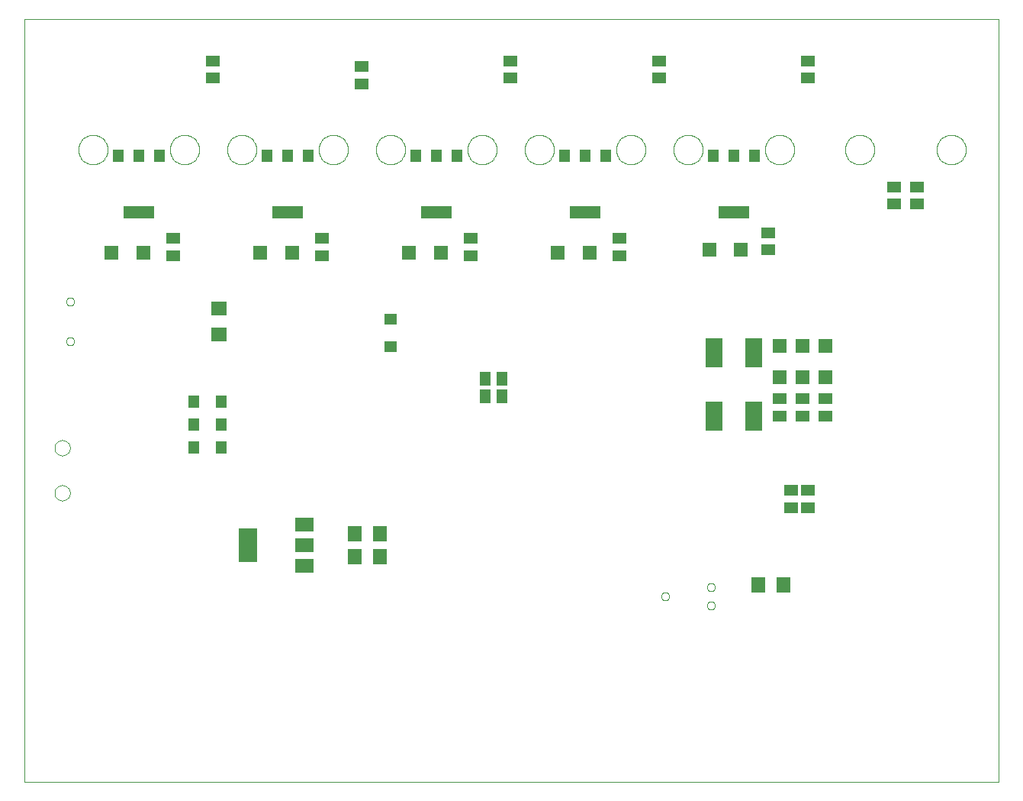
<source format=gbp>
G75*
%MOIN*%
%OFA0B0*%
%FSLAX24Y24*%
%IPPOS*%
%LPD*%
%AMOC8*
5,1,8,0,0,1.08239X$1,22.5*
%
%ADD10C,0.0000*%
%ADD11R,0.0512X0.0591*%
%ADD12R,0.0591X0.0512*%
%ADD13R,0.0591X0.0591*%
%ADD14R,0.0630X0.0709*%
%ADD15R,0.0472X0.0551*%
%ADD16R,0.1378X0.0551*%
%ADD17R,0.0551X0.0472*%
%ADD18R,0.0709X0.0630*%
%ADD19R,0.0790X0.0590*%
%ADD20R,0.0790X0.1500*%
%ADD21R,0.0630X0.0512*%
%ADD22R,0.0750X0.1250*%
D10*
X000450Y000330D02*
X000450Y033626D01*
X043020Y033626D01*
X043020Y000330D01*
X000450Y000330D01*
X001769Y012946D02*
X001771Y012982D01*
X001777Y013018D01*
X001787Y013053D01*
X001800Y013087D01*
X001817Y013119D01*
X001837Y013149D01*
X001861Y013176D01*
X001887Y013201D01*
X001916Y013223D01*
X001947Y013242D01*
X001980Y013257D01*
X002014Y013269D01*
X002050Y013277D01*
X002086Y013281D01*
X002122Y013281D01*
X002158Y013277D01*
X002194Y013269D01*
X002228Y013257D01*
X002261Y013242D01*
X002292Y013223D01*
X002321Y013201D01*
X002347Y013176D01*
X002371Y013149D01*
X002391Y013119D01*
X002408Y013087D01*
X002421Y013053D01*
X002431Y013018D01*
X002437Y012982D01*
X002439Y012946D01*
X002437Y012910D01*
X002431Y012874D01*
X002421Y012839D01*
X002408Y012805D01*
X002391Y012773D01*
X002371Y012743D01*
X002347Y012716D01*
X002321Y012691D01*
X002292Y012669D01*
X002261Y012650D01*
X002228Y012635D01*
X002194Y012623D01*
X002158Y012615D01*
X002122Y012611D01*
X002086Y012611D01*
X002050Y012615D01*
X002014Y012623D01*
X001980Y012635D01*
X001947Y012650D01*
X001916Y012669D01*
X001887Y012691D01*
X001861Y012716D01*
X001837Y012743D01*
X001817Y012773D01*
X001800Y012805D01*
X001787Y012839D01*
X001777Y012874D01*
X001771Y012910D01*
X001769Y012946D01*
X001769Y014914D02*
X001771Y014950D01*
X001777Y014986D01*
X001787Y015021D01*
X001800Y015055D01*
X001817Y015087D01*
X001837Y015117D01*
X001861Y015144D01*
X001887Y015169D01*
X001916Y015191D01*
X001947Y015210D01*
X001980Y015225D01*
X002014Y015237D01*
X002050Y015245D01*
X002086Y015249D01*
X002122Y015249D01*
X002158Y015245D01*
X002194Y015237D01*
X002228Y015225D01*
X002261Y015210D01*
X002292Y015191D01*
X002321Y015169D01*
X002347Y015144D01*
X002371Y015117D01*
X002391Y015087D01*
X002408Y015055D01*
X002421Y015021D01*
X002431Y014986D01*
X002437Y014950D01*
X002439Y014914D01*
X002437Y014878D01*
X002431Y014842D01*
X002421Y014807D01*
X002408Y014773D01*
X002391Y014741D01*
X002371Y014711D01*
X002347Y014684D01*
X002321Y014659D01*
X002292Y014637D01*
X002261Y014618D01*
X002228Y014603D01*
X002194Y014591D01*
X002158Y014583D01*
X002122Y014579D01*
X002086Y014579D01*
X002050Y014583D01*
X002014Y014591D01*
X001980Y014603D01*
X001947Y014618D01*
X001916Y014637D01*
X001887Y014659D01*
X001861Y014684D01*
X001837Y014711D01*
X001817Y014741D01*
X001800Y014773D01*
X001787Y014807D01*
X001777Y014842D01*
X001771Y014878D01*
X001769Y014914D01*
X002273Y019564D02*
X002275Y019590D01*
X002281Y019616D01*
X002291Y019641D01*
X002304Y019664D01*
X002320Y019684D01*
X002340Y019702D01*
X002362Y019717D01*
X002385Y019729D01*
X002411Y019737D01*
X002437Y019741D01*
X002463Y019741D01*
X002489Y019737D01*
X002515Y019729D01*
X002539Y019717D01*
X002560Y019702D01*
X002580Y019684D01*
X002596Y019664D01*
X002609Y019641D01*
X002619Y019616D01*
X002625Y019590D01*
X002627Y019564D01*
X002625Y019538D01*
X002619Y019512D01*
X002609Y019487D01*
X002596Y019464D01*
X002580Y019444D01*
X002560Y019426D01*
X002538Y019411D01*
X002515Y019399D01*
X002489Y019391D01*
X002463Y019387D01*
X002437Y019387D01*
X002411Y019391D01*
X002385Y019399D01*
X002361Y019411D01*
X002340Y019426D01*
X002320Y019444D01*
X002304Y019464D01*
X002291Y019487D01*
X002281Y019512D01*
X002275Y019538D01*
X002273Y019564D01*
X002273Y021296D02*
X002275Y021322D01*
X002281Y021348D01*
X002291Y021373D01*
X002304Y021396D01*
X002320Y021416D01*
X002340Y021434D01*
X002362Y021449D01*
X002385Y021461D01*
X002411Y021469D01*
X002437Y021473D01*
X002463Y021473D01*
X002489Y021469D01*
X002515Y021461D01*
X002539Y021449D01*
X002560Y021434D01*
X002580Y021416D01*
X002596Y021396D01*
X002609Y021373D01*
X002619Y021348D01*
X002625Y021322D01*
X002627Y021296D01*
X002625Y021270D01*
X002619Y021244D01*
X002609Y021219D01*
X002596Y021196D01*
X002580Y021176D01*
X002560Y021158D01*
X002538Y021143D01*
X002515Y021131D01*
X002489Y021123D01*
X002463Y021119D01*
X002437Y021119D01*
X002411Y021123D01*
X002385Y021131D01*
X002361Y021143D01*
X002340Y021158D01*
X002320Y021176D01*
X002304Y021196D01*
X002291Y021219D01*
X002281Y021244D01*
X002275Y021270D01*
X002273Y021296D01*
X002810Y027930D02*
X002812Y027980D01*
X002818Y028030D01*
X002828Y028079D01*
X002841Y028128D01*
X002859Y028175D01*
X002880Y028221D01*
X002904Y028264D01*
X002932Y028306D01*
X002963Y028346D01*
X002997Y028383D01*
X003034Y028417D01*
X003074Y028448D01*
X003116Y028476D01*
X003159Y028500D01*
X003205Y028521D01*
X003252Y028539D01*
X003301Y028552D01*
X003350Y028562D01*
X003400Y028568D01*
X003450Y028570D01*
X003500Y028568D01*
X003550Y028562D01*
X003599Y028552D01*
X003648Y028539D01*
X003695Y028521D01*
X003741Y028500D01*
X003784Y028476D01*
X003826Y028448D01*
X003866Y028417D01*
X003903Y028383D01*
X003937Y028346D01*
X003968Y028306D01*
X003996Y028264D01*
X004020Y028221D01*
X004041Y028175D01*
X004059Y028128D01*
X004072Y028079D01*
X004082Y028030D01*
X004088Y027980D01*
X004090Y027930D01*
X004088Y027880D01*
X004082Y027830D01*
X004072Y027781D01*
X004059Y027732D01*
X004041Y027685D01*
X004020Y027639D01*
X003996Y027596D01*
X003968Y027554D01*
X003937Y027514D01*
X003903Y027477D01*
X003866Y027443D01*
X003826Y027412D01*
X003784Y027384D01*
X003741Y027360D01*
X003695Y027339D01*
X003648Y027321D01*
X003599Y027308D01*
X003550Y027298D01*
X003500Y027292D01*
X003450Y027290D01*
X003400Y027292D01*
X003350Y027298D01*
X003301Y027308D01*
X003252Y027321D01*
X003205Y027339D01*
X003159Y027360D01*
X003116Y027384D01*
X003074Y027412D01*
X003034Y027443D01*
X002997Y027477D01*
X002963Y027514D01*
X002932Y027554D01*
X002904Y027596D01*
X002880Y027639D01*
X002859Y027685D01*
X002841Y027732D01*
X002828Y027781D01*
X002818Y027830D01*
X002812Y027880D01*
X002810Y027930D01*
X006810Y027930D02*
X006812Y027980D01*
X006818Y028030D01*
X006828Y028079D01*
X006841Y028128D01*
X006859Y028175D01*
X006880Y028221D01*
X006904Y028264D01*
X006932Y028306D01*
X006963Y028346D01*
X006997Y028383D01*
X007034Y028417D01*
X007074Y028448D01*
X007116Y028476D01*
X007159Y028500D01*
X007205Y028521D01*
X007252Y028539D01*
X007301Y028552D01*
X007350Y028562D01*
X007400Y028568D01*
X007450Y028570D01*
X007500Y028568D01*
X007550Y028562D01*
X007599Y028552D01*
X007648Y028539D01*
X007695Y028521D01*
X007741Y028500D01*
X007784Y028476D01*
X007826Y028448D01*
X007866Y028417D01*
X007903Y028383D01*
X007937Y028346D01*
X007968Y028306D01*
X007996Y028264D01*
X008020Y028221D01*
X008041Y028175D01*
X008059Y028128D01*
X008072Y028079D01*
X008082Y028030D01*
X008088Y027980D01*
X008090Y027930D01*
X008088Y027880D01*
X008082Y027830D01*
X008072Y027781D01*
X008059Y027732D01*
X008041Y027685D01*
X008020Y027639D01*
X007996Y027596D01*
X007968Y027554D01*
X007937Y027514D01*
X007903Y027477D01*
X007866Y027443D01*
X007826Y027412D01*
X007784Y027384D01*
X007741Y027360D01*
X007695Y027339D01*
X007648Y027321D01*
X007599Y027308D01*
X007550Y027298D01*
X007500Y027292D01*
X007450Y027290D01*
X007400Y027292D01*
X007350Y027298D01*
X007301Y027308D01*
X007252Y027321D01*
X007205Y027339D01*
X007159Y027360D01*
X007116Y027384D01*
X007074Y027412D01*
X007034Y027443D01*
X006997Y027477D01*
X006963Y027514D01*
X006932Y027554D01*
X006904Y027596D01*
X006880Y027639D01*
X006859Y027685D01*
X006841Y027732D01*
X006828Y027781D01*
X006818Y027830D01*
X006812Y027880D01*
X006810Y027930D01*
X009310Y027930D02*
X009312Y027980D01*
X009318Y028030D01*
X009328Y028079D01*
X009341Y028128D01*
X009359Y028175D01*
X009380Y028221D01*
X009404Y028264D01*
X009432Y028306D01*
X009463Y028346D01*
X009497Y028383D01*
X009534Y028417D01*
X009574Y028448D01*
X009616Y028476D01*
X009659Y028500D01*
X009705Y028521D01*
X009752Y028539D01*
X009801Y028552D01*
X009850Y028562D01*
X009900Y028568D01*
X009950Y028570D01*
X010000Y028568D01*
X010050Y028562D01*
X010099Y028552D01*
X010148Y028539D01*
X010195Y028521D01*
X010241Y028500D01*
X010284Y028476D01*
X010326Y028448D01*
X010366Y028417D01*
X010403Y028383D01*
X010437Y028346D01*
X010468Y028306D01*
X010496Y028264D01*
X010520Y028221D01*
X010541Y028175D01*
X010559Y028128D01*
X010572Y028079D01*
X010582Y028030D01*
X010588Y027980D01*
X010590Y027930D01*
X010588Y027880D01*
X010582Y027830D01*
X010572Y027781D01*
X010559Y027732D01*
X010541Y027685D01*
X010520Y027639D01*
X010496Y027596D01*
X010468Y027554D01*
X010437Y027514D01*
X010403Y027477D01*
X010366Y027443D01*
X010326Y027412D01*
X010284Y027384D01*
X010241Y027360D01*
X010195Y027339D01*
X010148Y027321D01*
X010099Y027308D01*
X010050Y027298D01*
X010000Y027292D01*
X009950Y027290D01*
X009900Y027292D01*
X009850Y027298D01*
X009801Y027308D01*
X009752Y027321D01*
X009705Y027339D01*
X009659Y027360D01*
X009616Y027384D01*
X009574Y027412D01*
X009534Y027443D01*
X009497Y027477D01*
X009463Y027514D01*
X009432Y027554D01*
X009404Y027596D01*
X009380Y027639D01*
X009359Y027685D01*
X009341Y027732D01*
X009328Y027781D01*
X009318Y027830D01*
X009312Y027880D01*
X009310Y027930D01*
X013310Y027930D02*
X013312Y027980D01*
X013318Y028030D01*
X013328Y028079D01*
X013341Y028128D01*
X013359Y028175D01*
X013380Y028221D01*
X013404Y028264D01*
X013432Y028306D01*
X013463Y028346D01*
X013497Y028383D01*
X013534Y028417D01*
X013574Y028448D01*
X013616Y028476D01*
X013659Y028500D01*
X013705Y028521D01*
X013752Y028539D01*
X013801Y028552D01*
X013850Y028562D01*
X013900Y028568D01*
X013950Y028570D01*
X014000Y028568D01*
X014050Y028562D01*
X014099Y028552D01*
X014148Y028539D01*
X014195Y028521D01*
X014241Y028500D01*
X014284Y028476D01*
X014326Y028448D01*
X014366Y028417D01*
X014403Y028383D01*
X014437Y028346D01*
X014468Y028306D01*
X014496Y028264D01*
X014520Y028221D01*
X014541Y028175D01*
X014559Y028128D01*
X014572Y028079D01*
X014582Y028030D01*
X014588Y027980D01*
X014590Y027930D01*
X014588Y027880D01*
X014582Y027830D01*
X014572Y027781D01*
X014559Y027732D01*
X014541Y027685D01*
X014520Y027639D01*
X014496Y027596D01*
X014468Y027554D01*
X014437Y027514D01*
X014403Y027477D01*
X014366Y027443D01*
X014326Y027412D01*
X014284Y027384D01*
X014241Y027360D01*
X014195Y027339D01*
X014148Y027321D01*
X014099Y027308D01*
X014050Y027298D01*
X014000Y027292D01*
X013950Y027290D01*
X013900Y027292D01*
X013850Y027298D01*
X013801Y027308D01*
X013752Y027321D01*
X013705Y027339D01*
X013659Y027360D01*
X013616Y027384D01*
X013574Y027412D01*
X013534Y027443D01*
X013497Y027477D01*
X013463Y027514D01*
X013432Y027554D01*
X013404Y027596D01*
X013380Y027639D01*
X013359Y027685D01*
X013341Y027732D01*
X013328Y027781D01*
X013318Y027830D01*
X013312Y027880D01*
X013310Y027930D01*
X015810Y027930D02*
X015812Y027980D01*
X015818Y028030D01*
X015828Y028079D01*
X015841Y028128D01*
X015859Y028175D01*
X015880Y028221D01*
X015904Y028264D01*
X015932Y028306D01*
X015963Y028346D01*
X015997Y028383D01*
X016034Y028417D01*
X016074Y028448D01*
X016116Y028476D01*
X016159Y028500D01*
X016205Y028521D01*
X016252Y028539D01*
X016301Y028552D01*
X016350Y028562D01*
X016400Y028568D01*
X016450Y028570D01*
X016500Y028568D01*
X016550Y028562D01*
X016599Y028552D01*
X016648Y028539D01*
X016695Y028521D01*
X016741Y028500D01*
X016784Y028476D01*
X016826Y028448D01*
X016866Y028417D01*
X016903Y028383D01*
X016937Y028346D01*
X016968Y028306D01*
X016996Y028264D01*
X017020Y028221D01*
X017041Y028175D01*
X017059Y028128D01*
X017072Y028079D01*
X017082Y028030D01*
X017088Y027980D01*
X017090Y027930D01*
X017088Y027880D01*
X017082Y027830D01*
X017072Y027781D01*
X017059Y027732D01*
X017041Y027685D01*
X017020Y027639D01*
X016996Y027596D01*
X016968Y027554D01*
X016937Y027514D01*
X016903Y027477D01*
X016866Y027443D01*
X016826Y027412D01*
X016784Y027384D01*
X016741Y027360D01*
X016695Y027339D01*
X016648Y027321D01*
X016599Y027308D01*
X016550Y027298D01*
X016500Y027292D01*
X016450Y027290D01*
X016400Y027292D01*
X016350Y027298D01*
X016301Y027308D01*
X016252Y027321D01*
X016205Y027339D01*
X016159Y027360D01*
X016116Y027384D01*
X016074Y027412D01*
X016034Y027443D01*
X015997Y027477D01*
X015963Y027514D01*
X015932Y027554D01*
X015904Y027596D01*
X015880Y027639D01*
X015859Y027685D01*
X015841Y027732D01*
X015828Y027781D01*
X015818Y027830D01*
X015812Y027880D01*
X015810Y027930D01*
X019810Y027930D02*
X019812Y027980D01*
X019818Y028030D01*
X019828Y028079D01*
X019841Y028128D01*
X019859Y028175D01*
X019880Y028221D01*
X019904Y028264D01*
X019932Y028306D01*
X019963Y028346D01*
X019997Y028383D01*
X020034Y028417D01*
X020074Y028448D01*
X020116Y028476D01*
X020159Y028500D01*
X020205Y028521D01*
X020252Y028539D01*
X020301Y028552D01*
X020350Y028562D01*
X020400Y028568D01*
X020450Y028570D01*
X020500Y028568D01*
X020550Y028562D01*
X020599Y028552D01*
X020648Y028539D01*
X020695Y028521D01*
X020741Y028500D01*
X020784Y028476D01*
X020826Y028448D01*
X020866Y028417D01*
X020903Y028383D01*
X020937Y028346D01*
X020968Y028306D01*
X020996Y028264D01*
X021020Y028221D01*
X021041Y028175D01*
X021059Y028128D01*
X021072Y028079D01*
X021082Y028030D01*
X021088Y027980D01*
X021090Y027930D01*
X021088Y027880D01*
X021082Y027830D01*
X021072Y027781D01*
X021059Y027732D01*
X021041Y027685D01*
X021020Y027639D01*
X020996Y027596D01*
X020968Y027554D01*
X020937Y027514D01*
X020903Y027477D01*
X020866Y027443D01*
X020826Y027412D01*
X020784Y027384D01*
X020741Y027360D01*
X020695Y027339D01*
X020648Y027321D01*
X020599Y027308D01*
X020550Y027298D01*
X020500Y027292D01*
X020450Y027290D01*
X020400Y027292D01*
X020350Y027298D01*
X020301Y027308D01*
X020252Y027321D01*
X020205Y027339D01*
X020159Y027360D01*
X020116Y027384D01*
X020074Y027412D01*
X020034Y027443D01*
X019997Y027477D01*
X019963Y027514D01*
X019932Y027554D01*
X019904Y027596D01*
X019880Y027639D01*
X019859Y027685D01*
X019841Y027732D01*
X019828Y027781D01*
X019818Y027830D01*
X019812Y027880D01*
X019810Y027930D01*
X022310Y027930D02*
X022312Y027980D01*
X022318Y028030D01*
X022328Y028079D01*
X022341Y028128D01*
X022359Y028175D01*
X022380Y028221D01*
X022404Y028264D01*
X022432Y028306D01*
X022463Y028346D01*
X022497Y028383D01*
X022534Y028417D01*
X022574Y028448D01*
X022616Y028476D01*
X022659Y028500D01*
X022705Y028521D01*
X022752Y028539D01*
X022801Y028552D01*
X022850Y028562D01*
X022900Y028568D01*
X022950Y028570D01*
X023000Y028568D01*
X023050Y028562D01*
X023099Y028552D01*
X023148Y028539D01*
X023195Y028521D01*
X023241Y028500D01*
X023284Y028476D01*
X023326Y028448D01*
X023366Y028417D01*
X023403Y028383D01*
X023437Y028346D01*
X023468Y028306D01*
X023496Y028264D01*
X023520Y028221D01*
X023541Y028175D01*
X023559Y028128D01*
X023572Y028079D01*
X023582Y028030D01*
X023588Y027980D01*
X023590Y027930D01*
X023588Y027880D01*
X023582Y027830D01*
X023572Y027781D01*
X023559Y027732D01*
X023541Y027685D01*
X023520Y027639D01*
X023496Y027596D01*
X023468Y027554D01*
X023437Y027514D01*
X023403Y027477D01*
X023366Y027443D01*
X023326Y027412D01*
X023284Y027384D01*
X023241Y027360D01*
X023195Y027339D01*
X023148Y027321D01*
X023099Y027308D01*
X023050Y027298D01*
X023000Y027292D01*
X022950Y027290D01*
X022900Y027292D01*
X022850Y027298D01*
X022801Y027308D01*
X022752Y027321D01*
X022705Y027339D01*
X022659Y027360D01*
X022616Y027384D01*
X022574Y027412D01*
X022534Y027443D01*
X022497Y027477D01*
X022463Y027514D01*
X022432Y027554D01*
X022404Y027596D01*
X022380Y027639D01*
X022359Y027685D01*
X022341Y027732D01*
X022328Y027781D01*
X022318Y027830D01*
X022312Y027880D01*
X022310Y027930D01*
X026310Y027930D02*
X026312Y027980D01*
X026318Y028030D01*
X026328Y028079D01*
X026341Y028128D01*
X026359Y028175D01*
X026380Y028221D01*
X026404Y028264D01*
X026432Y028306D01*
X026463Y028346D01*
X026497Y028383D01*
X026534Y028417D01*
X026574Y028448D01*
X026616Y028476D01*
X026659Y028500D01*
X026705Y028521D01*
X026752Y028539D01*
X026801Y028552D01*
X026850Y028562D01*
X026900Y028568D01*
X026950Y028570D01*
X027000Y028568D01*
X027050Y028562D01*
X027099Y028552D01*
X027148Y028539D01*
X027195Y028521D01*
X027241Y028500D01*
X027284Y028476D01*
X027326Y028448D01*
X027366Y028417D01*
X027403Y028383D01*
X027437Y028346D01*
X027468Y028306D01*
X027496Y028264D01*
X027520Y028221D01*
X027541Y028175D01*
X027559Y028128D01*
X027572Y028079D01*
X027582Y028030D01*
X027588Y027980D01*
X027590Y027930D01*
X027588Y027880D01*
X027582Y027830D01*
X027572Y027781D01*
X027559Y027732D01*
X027541Y027685D01*
X027520Y027639D01*
X027496Y027596D01*
X027468Y027554D01*
X027437Y027514D01*
X027403Y027477D01*
X027366Y027443D01*
X027326Y027412D01*
X027284Y027384D01*
X027241Y027360D01*
X027195Y027339D01*
X027148Y027321D01*
X027099Y027308D01*
X027050Y027298D01*
X027000Y027292D01*
X026950Y027290D01*
X026900Y027292D01*
X026850Y027298D01*
X026801Y027308D01*
X026752Y027321D01*
X026705Y027339D01*
X026659Y027360D01*
X026616Y027384D01*
X026574Y027412D01*
X026534Y027443D01*
X026497Y027477D01*
X026463Y027514D01*
X026432Y027554D01*
X026404Y027596D01*
X026380Y027639D01*
X026359Y027685D01*
X026341Y027732D01*
X026328Y027781D01*
X026318Y027830D01*
X026312Y027880D01*
X026310Y027930D01*
X028810Y027930D02*
X028812Y027980D01*
X028818Y028030D01*
X028828Y028079D01*
X028841Y028128D01*
X028859Y028175D01*
X028880Y028221D01*
X028904Y028264D01*
X028932Y028306D01*
X028963Y028346D01*
X028997Y028383D01*
X029034Y028417D01*
X029074Y028448D01*
X029116Y028476D01*
X029159Y028500D01*
X029205Y028521D01*
X029252Y028539D01*
X029301Y028552D01*
X029350Y028562D01*
X029400Y028568D01*
X029450Y028570D01*
X029500Y028568D01*
X029550Y028562D01*
X029599Y028552D01*
X029648Y028539D01*
X029695Y028521D01*
X029741Y028500D01*
X029784Y028476D01*
X029826Y028448D01*
X029866Y028417D01*
X029903Y028383D01*
X029937Y028346D01*
X029968Y028306D01*
X029996Y028264D01*
X030020Y028221D01*
X030041Y028175D01*
X030059Y028128D01*
X030072Y028079D01*
X030082Y028030D01*
X030088Y027980D01*
X030090Y027930D01*
X030088Y027880D01*
X030082Y027830D01*
X030072Y027781D01*
X030059Y027732D01*
X030041Y027685D01*
X030020Y027639D01*
X029996Y027596D01*
X029968Y027554D01*
X029937Y027514D01*
X029903Y027477D01*
X029866Y027443D01*
X029826Y027412D01*
X029784Y027384D01*
X029741Y027360D01*
X029695Y027339D01*
X029648Y027321D01*
X029599Y027308D01*
X029550Y027298D01*
X029500Y027292D01*
X029450Y027290D01*
X029400Y027292D01*
X029350Y027298D01*
X029301Y027308D01*
X029252Y027321D01*
X029205Y027339D01*
X029159Y027360D01*
X029116Y027384D01*
X029074Y027412D01*
X029034Y027443D01*
X028997Y027477D01*
X028963Y027514D01*
X028932Y027554D01*
X028904Y027596D01*
X028880Y027639D01*
X028859Y027685D01*
X028841Y027732D01*
X028828Y027781D01*
X028818Y027830D01*
X028812Y027880D01*
X028810Y027930D01*
X032810Y027930D02*
X032812Y027980D01*
X032818Y028030D01*
X032828Y028079D01*
X032841Y028128D01*
X032859Y028175D01*
X032880Y028221D01*
X032904Y028264D01*
X032932Y028306D01*
X032963Y028346D01*
X032997Y028383D01*
X033034Y028417D01*
X033074Y028448D01*
X033116Y028476D01*
X033159Y028500D01*
X033205Y028521D01*
X033252Y028539D01*
X033301Y028552D01*
X033350Y028562D01*
X033400Y028568D01*
X033450Y028570D01*
X033500Y028568D01*
X033550Y028562D01*
X033599Y028552D01*
X033648Y028539D01*
X033695Y028521D01*
X033741Y028500D01*
X033784Y028476D01*
X033826Y028448D01*
X033866Y028417D01*
X033903Y028383D01*
X033937Y028346D01*
X033968Y028306D01*
X033996Y028264D01*
X034020Y028221D01*
X034041Y028175D01*
X034059Y028128D01*
X034072Y028079D01*
X034082Y028030D01*
X034088Y027980D01*
X034090Y027930D01*
X034088Y027880D01*
X034082Y027830D01*
X034072Y027781D01*
X034059Y027732D01*
X034041Y027685D01*
X034020Y027639D01*
X033996Y027596D01*
X033968Y027554D01*
X033937Y027514D01*
X033903Y027477D01*
X033866Y027443D01*
X033826Y027412D01*
X033784Y027384D01*
X033741Y027360D01*
X033695Y027339D01*
X033648Y027321D01*
X033599Y027308D01*
X033550Y027298D01*
X033500Y027292D01*
X033450Y027290D01*
X033400Y027292D01*
X033350Y027298D01*
X033301Y027308D01*
X033252Y027321D01*
X033205Y027339D01*
X033159Y027360D01*
X033116Y027384D01*
X033074Y027412D01*
X033034Y027443D01*
X032997Y027477D01*
X032963Y027514D01*
X032932Y027554D01*
X032904Y027596D01*
X032880Y027639D01*
X032859Y027685D01*
X032841Y027732D01*
X032828Y027781D01*
X032818Y027830D01*
X032812Y027880D01*
X032810Y027930D01*
X036310Y027930D02*
X036312Y027980D01*
X036318Y028030D01*
X036328Y028079D01*
X036341Y028128D01*
X036359Y028175D01*
X036380Y028221D01*
X036404Y028264D01*
X036432Y028306D01*
X036463Y028346D01*
X036497Y028383D01*
X036534Y028417D01*
X036574Y028448D01*
X036616Y028476D01*
X036659Y028500D01*
X036705Y028521D01*
X036752Y028539D01*
X036801Y028552D01*
X036850Y028562D01*
X036900Y028568D01*
X036950Y028570D01*
X037000Y028568D01*
X037050Y028562D01*
X037099Y028552D01*
X037148Y028539D01*
X037195Y028521D01*
X037241Y028500D01*
X037284Y028476D01*
X037326Y028448D01*
X037366Y028417D01*
X037403Y028383D01*
X037437Y028346D01*
X037468Y028306D01*
X037496Y028264D01*
X037520Y028221D01*
X037541Y028175D01*
X037559Y028128D01*
X037572Y028079D01*
X037582Y028030D01*
X037588Y027980D01*
X037590Y027930D01*
X037588Y027880D01*
X037582Y027830D01*
X037572Y027781D01*
X037559Y027732D01*
X037541Y027685D01*
X037520Y027639D01*
X037496Y027596D01*
X037468Y027554D01*
X037437Y027514D01*
X037403Y027477D01*
X037366Y027443D01*
X037326Y027412D01*
X037284Y027384D01*
X037241Y027360D01*
X037195Y027339D01*
X037148Y027321D01*
X037099Y027308D01*
X037050Y027298D01*
X037000Y027292D01*
X036950Y027290D01*
X036900Y027292D01*
X036850Y027298D01*
X036801Y027308D01*
X036752Y027321D01*
X036705Y027339D01*
X036659Y027360D01*
X036616Y027384D01*
X036574Y027412D01*
X036534Y027443D01*
X036497Y027477D01*
X036463Y027514D01*
X036432Y027554D01*
X036404Y027596D01*
X036380Y027639D01*
X036359Y027685D01*
X036341Y027732D01*
X036328Y027781D01*
X036318Y027830D01*
X036312Y027880D01*
X036310Y027930D01*
X040310Y027930D02*
X040312Y027980D01*
X040318Y028030D01*
X040328Y028079D01*
X040341Y028128D01*
X040359Y028175D01*
X040380Y028221D01*
X040404Y028264D01*
X040432Y028306D01*
X040463Y028346D01*
X040497Y028383D01*
X040534Y028417D01*
X040574Y028448D01*
X040616Y028476D01*
X040659Y028500D01*
X040705Y028521D01*
X040752Y028539D01*
X040801Y028552D01*
X040850Y028562D01*
X040900Y028568D01*
X040950Y028570D01*
X041000Y028568D01*
X041050Y028562D01*
X041099Y028552D01*
X041148Y028539D01*
X041195Y028521D01*
X041241Y028500D01*
X041284Y028476D01*
X041326Y028448D01*
X041366Y028417D01*
X041403Y028383D01*
X041437Y028346D01*
X041468Y028306D01*
X041496Y028264D01*
X041520Y028221D01*
X041541Y028175D01*
X041559Y028128D01*
X041572Y028079D01*
X041582Y028030D01*
X041588Y027980D01*
X041590Y027930D01*
X041588Y027880D01*
X041582Y027830D01*
X041572Y027781D01*
X041559Y027732D01*
X041541Y027685D01*
X041520Y027639D01*
X041496Y027596D01*
X041468Y027554D01*
X041437Y027514D01*
X041403Y027477D01*
X041366Y027443D01*
X041326Y027412D01*
X041284Y027384D01*
X041241Y027360D01*
X041195Y027339D01*
X041148Y027321D01*
X041099Y027308D01*
X041050Y027298D01*
X041000Y027292D01*
X040950Y027290D01*
X040900Y027292D01*
X040850Y027298D01*
X040801Y027308D01*
X040752Y027321D01*
X040705Y027339D01*
X040659Y027360D01*
X040616Y027384D01*
X040574Y027412D01*
X040534Y027443D01*
X040497Y027477D01*
X040463Y027514D01*
X040432Y027554D01*
X040404Y027596D01*
X040380Y027639D01*
X040359Y027685D01*
X040341Y027732D01*
X040328Y027781D01*
X040318Y027830D01*
X040312Y027880D01*
X040310Y027930D01*
X030275Y008830D02*
X030277Y008856D01*
X030283Y008882D01*
X030292Y008906D01*
X030305Y008929D01*
X030322Y008949D01*
X030341Y008967D01*
X030363Y008982D01*
X030386Y008993D01*
X030411Y009001D01*
X030437Y009005D01*
X030463Y009005D01*
X030489Y009001D01*
X030514Y008993D01*
X030538Y008982D01*
X030559Y008967D01*
X030578Y008949D01*
X030595Y008929D01*
X030608Y008906D01*
X030617Y008882D01*
X030623Y008856D01*
X030625Y008830D01*
X030623Y008804D01*
X030617Y008778D01*
X030608Y008754D01*
X030595Y008731D01*
X030578Y008711D01*
X030559Y008693D01*
X030537Y008678D01*
X030514Y008667D01*
X030489Y008659D01*
X030463Y008655D01*
X030437Y008655D01*
X030411Y008659D01*
X030386Y008667D01*
X030362Y008678D01*
X030341Y008693D01*
X030322Y008711D01*
X030305Y008731D01*
X030292Y008754D01*
X030283Y008778D01*
X030277Y008804D01*
X030275Y008830D01*
X030275Y008030D02*
X030277Y008056D01*
X030283Y008082D01*
X030292Y008106D01*
X030305Y008129D01*
X030322Y008149D01*
X030341Y008167D01*
X030363Y008182D01*
X030386Y008193D01*
X030411Y008201D01*
X030437Y008205D01*
X030463Y008205D01*
X030489Y008201D01*
X030514Y008193D01*
X030538Y008182D01*
X030559Y008167D01*
X030578Y008149D01*
X030595Y008129D01*
X030608Y008106D01*
X030617Y008082D01*
X030623Y008056D01*
X030625Y008030D01*
X030623Y008004D01*
X030617Y007978D01*
X030608Y007954D01*
X030595Y007931D01*
X030578Y007911D01*
X030559Y007893D01*
X030537Y007878D01*
X030514Y007867D01*
X030489Y007859D01*
X030463Y007855D01*
X030437Y007855D01*
X030411Y007859D01*
X030386Y007867D01*
X030362Y007878D01*
X030341Y007893D01*
X030322Y007911D01*
X030305Y007931D01*
X030292Y007954D01*
X030283Y007978D01*
X030277Y008004D01*
X030275Y008030D01*
X028275Y008430D02*
X028277Y008456D01*
X028283Y008482D01*
X028292Y008506D01*
X028305Y008529D01*
X028322Y008549D01*
X028341Y008567D01*
X028363Y008582D01*
X028386Y008593D01*
X028411Y008601D01*
X028437Y008605D01*
X028463Y008605D01*
X028489Y008601D01*
X028514Y008593D01*
X028538Y008582D01*
X028559Y008567D01*
X028578Y008549D01*
X028595Y008529D01*
X028608Y008506D01*
X028617Y008482D01*
X028623Y008456D01*
X028625Y008430D01*
X028623Y008404D01*
X028617Y008378D01*
X028608Y008354D01*
X028595Y008331D01*
X028578Y008311D01*
X028559Y008293D01*
X028537Y008278D01*
X028514Y008267D01*
X028489Y008259D01*
X028463Y008255D01*
X028437Y008255D01*
X028411Y008259D01*
X028386Y008267D01*
X028362Y008278D01*
X028341Y008293D01*
X028322Y008311D01*
X028305Y008331D01*
X028292Y008354D01*
X028283Y008378D01*
X028277Y008404D01*
X028275Y008430D01*
D11*
X021324Y017180D03*
X020576Y017180D03*
X020576Y017930D03*
X021324Y017930D03*
D12*
X019950Y023306D03*
X019950Y024054D03*
X013450Y024054D03*
X013450Y023306D03*
X006950Y023306D03*
X006950Y024054D03*
X015200Y030806D03*
X015200Y031554D03*
X008700Y031804D03*
X008700Y031056D03*
X021700Y031056D03*
X021700Y031804D03*
X028200Y031804D03*
X028200Y031056D03*
X034700Y031056D03*
X034700Y031804D03*
X032950Y024304D03*
X032950Y023556D03*
X026450Y023306D03*
X026450Y024054D03*
X033450Y017054D03*
X033450Y016306D03*
X034450Y016306D03*
X034450Y017054D03*
X035450Y017054D03*
X035450Y016306D03*
X034700Y013054D03*
X033950Y013054D03*
X033950Y012306D03*
X034700Y012306D03*
D13*
X034450Y017991D03*
X033450Y017991D03*
X033450Y019369D03*
X034450Y019369D03*
X035450Y019369D03*
X035450Y017991D03*
X031764Y023555D03*
X030386Y023555D03*
X025139Y023430D03*
X023761Y023430D03*
X018639Y023430D03*
X017261Y023430D03*
X012139Y023430D03*
X010761Y023430D03*
X005639Y023430D03*
X004261Y023430D03*
D14*
X014899Y011180D03*
X016001Y011180D03*
X016001Y010180D03*
X014899Y010180D03*
X032524Y008930D03*
X033626Y008930D03*
D15*
X032360Y027650D03*
X031450Y027650D03*
X030540Y027650D03*
X025860Y027650D03*
X024950Y027650D03*
X024040Y027650D03*
X019360Y027650D03*
X018450Y027650D03*
X017540Y027650D03*
X012860Y027650D03*
X011950Y027650D03*
X011040Y027650D03*
X006360Y027650D03*
X005450Y027650D03*
X004540Y027650D03*
X007859Y016930D03*
X009041Y016930D03*
X009041Y015930D03*
X007859Y015930D03*
X007859Y014930D03*
X009041Y014930D03*
D16*
X011950Y025210D03*
X005450Y025210D03*
X018450Y025210D03*
X024950Y025210D03*
X031450Y025210D03*
D17*
X016450Y020521D03*
X016450Y019339D03*
D18*
X008950Y019879D03*
X008950Y020981D03*
D19*
X012690Y011570D03*
X012690Y010670D03*
X012690Y009770D03*
D20*
X010210Y010680D03*
D21*
X038450Y025556D03*
X038450Y026304D03*
X039450Y026304D03*
X039450Y025556D03*
D22*
X032325Y019055D03*
X030575Y019055D03*
X030575Y016305D03*
X032325Y016305D03*
M02*

</source>
